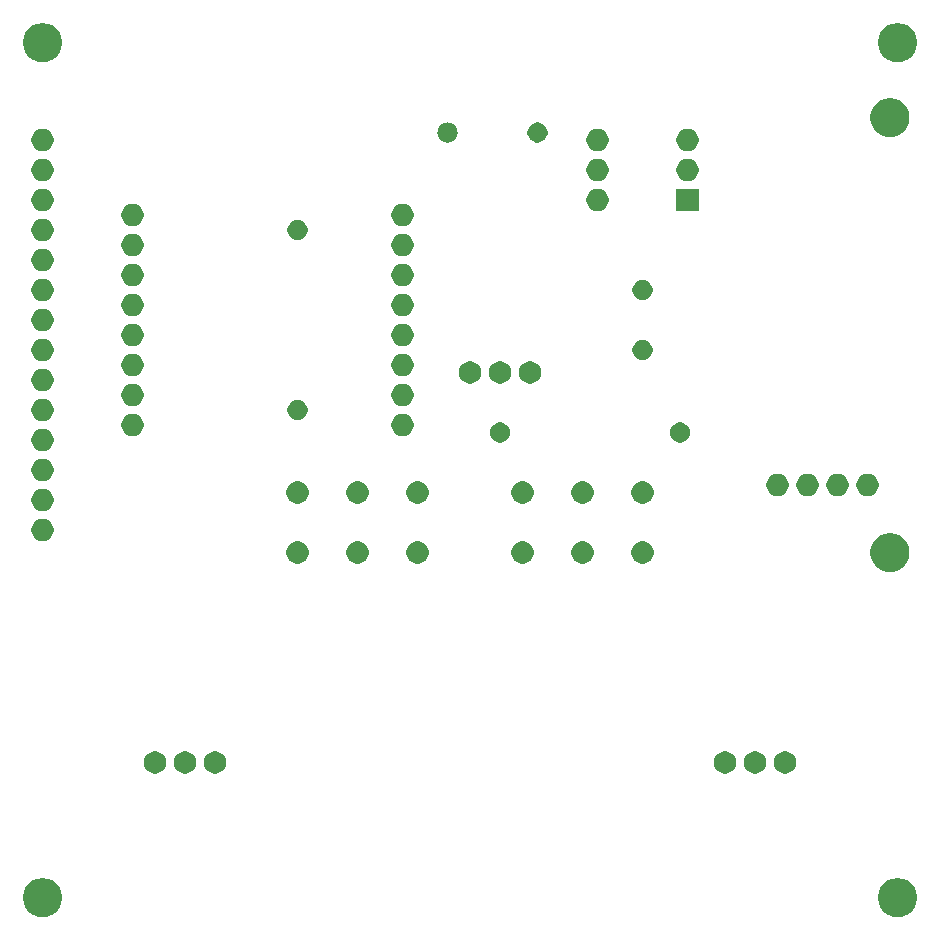
<source format=gbr>
G04 #@! TF.GenerationSoftware,KiCad,Pcbnew,(5.0.1)-3*
G04 #@! TF.CreationDate,2019-02-20T08:20:08+01:00*
G04 #@! TF.ProjectId,THERMOSTAT,544845524D4F535441542E6B69636164,rev?*
G04 #@! TF.SameCoordinates,Original*
G04 #@! TF.FileFunction,Soldermask,Top*
G04 #@! TF.FilePolarity,Negative*
%FSLAX46Y46*%
G04 Gerber Fmt 4.6, Leading zero omitted, Abs format (unit mm)*
G04 Created by KiCad (PCBNEW (5.0.1)-3) date 2/20/2019 8:20:08 AM*
%MOMM*%
%LPD*%
G01*
G04 APERTURE LIST*
%ADD10C,0.100000*%
G04 APERTURE END LIST*
D10*
G36*
X187065256Y-134916298D02*
X187171579Y-134937447D01*
X187472042Y-135061903D01*
X187738852Y-135240180D01*
X187742454Y-135242587D01*
X187972413Y-135472546D01*
X188153098Y-135742960D01*
X188277553Y-136043422D01*
X188341000Y-136362389D01*
X188341000Y-136687611D01*
X188277553Y-137006578D01*
X188153098Y-137307040D01*
X187972413Y-137577454D01*
X187742454Y-137807413D01*
X187742451Y-137807415D01*
X187472042Y-137988097D01*
X187171579Y-138112553D01*
X187065256Y-138133702D01*
X186852611Y-138176000D01*
X186527389Y-138176000D01*
X186314744Y-138133702D01*
X186208421Y-138112553D01*
X185907958Y-137988097D01*
X185637549Y-137807415D01*
X185637546Y-137807413D01*
X185407587Y-137577454D01*
X185226902Y-137307040D01*
X185102447Y-137006578D01*
X185039000Y-136687611D01*
X185039000Y-136362389D01*
X185102447Y-136043422D01*
X185226902Y-135742960D01*
X185407587Y-135472546D01*
X185637546Y-135242587D01*
X185641148Y-135240180D01*
X185907958Y-135061903D01*
X186208421Y-134937447D01*
X186314744Y-134916298D01*
X186527389Y-134874000D01*
X186852611Y-134874000D01*
X187065256Y-134916298D01*
X187065256Y-134916298D01*
G37*
G36*
X114675256Y-134916298D02*
X114781579Y-134937447D01*
X115082042Y-135061903D01*
X115348852Y-135240180D01*
X115352454Y-135242587D01*
X115582413Y-135472546D01*
X115763098Y-135742960D01*
X115887553Y-136043422D01*
X115951000Y-136362389D01*
X115951000Y-136687611D01*
X115887553Y-137006578D01*
X115763098Y-137307040D01*
X115582413Y-137577454D01*
X115352454Y-137807413D01*
X115352451Y-137807415D01*
X115082042Y-137988097D01*
X114781579Y-138112553D01*
X114675256Y-138133702D01*
X114462611Y-138176000D01*
X114137389Y-138176000D01*
X113924744Y-138133702D01*
X113818421Y-138112553D01*
X113517958Y-137988097D01*
X113247549Y-137807415D01*
X113247546Y-137807413D01*
X113017587Y-137577454D01*
X112836902Y-137307040D01*
X112712447Y-137006578D01*
X112649000Y-136687611D01*
X112649000Y-136362389D01*
X112712447Y-136043422D01*
X112836902Y-135742960D01*
X113017587Y-135472546D01*
X113247546Y-135242587D01*
X113251148Y-135240180D01*
X113517958Y-135061903D01*
X113818421Y-134937447D01*
X113924744Y-134916298D01*
X114137389Y-134874000D01*
X114462611Y-134874000D01*
X114675256Y-134916298D01*
X114675256Y-134916298D01*
G37*
G36*
X172362396Y-124180546D02*
X172535466Y-124252234D01*
X172691230Y-124356312D01*
X172823688Y-124488770D01*
X172927766Y-124644534D01*
X172999454Y-124817604D01*
X173036000Y-125001333D01*
X173036000Y-125188667D01*
X172999454Y-125372396D01*
X172927766Y-125545466D01*
X172823688Y-125701230D01*
X172691230Y-125833688D01*
X172535466Y-125937766D01*
X172362396Y-126009454D01*
X172178667Y-126046000D01*
X171991333Y-126046000D01*
X171807604Y-126009454D01*
X171634534Y-125937766D01*
X171478770Y-125833688D01*
X171346312Y-125701230D01*
X171242234Y-125545466D01*
X171170546Y-125372396D01*
X171134000Y-125188667D01*
X171134000Y-125001333D01*
X171170546Y-124817604D01*
X171242234Y-124644534D01*
X171346312Y-124488770D01*
X171478770Y-124356312D01*
X171634534Y-124252234D01*
X171807604Y-124180546D01*
X171991333Y-124144000D01*
X172178667Y-124144000D01*
X172362396Y-124180546D01*
X172362396Y-124180546D01*
G37*
G36*
X129182396Y-124180546D02*
X129355466Y-124252234D01*
X129511230Y-124356312D01*
X129643688Y-124488770D01*
X129747766Y-124644534D01*
X129819454Y-124817604D01*
X129856000Y-125001333D01*
X129856000Y-125188667D01*
X129819454Y-125372396D01*
X129747766Y-125545466D01*
X129643688Y-125701230D01*
X129511230Y-125833688D01*
X129355466Y-125937766D01*
X129182396Y-126009454D01*
X128998667Y-126046000D01*
X128811333Y-126046000D01*
X128627604Y-126009454D01*
X128454534Y-125937766D01*
X128298770Y-125833688D01*
X128166312Y-125701230D01*
X128062234Y-125545466D01*
X127990546Y-125372396D01*
X127954000Y-125188667D01*
X127954000Y-125001333D01*
X127990546Y-124817604D01*
X128062234Y-124644534D01*
X128166312Y-124488770D01*
X128298770Y-124356312D01*
X128454534Y-124252234D01*
X128627604Y-124180546D01*
X128811333Y-124144000D01*
X128998667Y-124144000D01*
X129182396Y-124180546D01*
X129182396Y-124180546D01*
G37*
G36*
X177442396Y-124180546D02*
X177615466Y-124252234D01*
X177771230Y-124356312D01*
X177903688Y-124488770D01*
X178007766Y-124644534D01*
X178079454Y-124817604D01*
X178116000Y-125001333D01*
X178116000Y-125188667D01*
X178079454Y-125372396D01*
X178007766Y-125545466D01*
X177903688Y-125701230D01*
X177771230Y-125833688D01*
X177615466Y-125937766D01*
X177442396Y-126009454D01*
X177258667Y-126046000D01*
X177071333Y-126046000D01*
X176887604Y-126009454D01*
X176714534Y-125937766D01*
X176558770Y-125833688D01*
X176426312Y-125701230D01*
X176322234Y-125545466D01*
X176250546Y-125372396D01*
X176214000Y-125188667D01*
X176214000Y-125001333D01*
X176250546Y-124817604D01*
X176322234Y-124644534D01*
X176426312Y-124488770D01*
X176558770Y-124356312D01*
X176714534Y-124252234D01*
X176887604Y-124180546D01*
X177071333Y-124144000D01*
X177258667Y-124144000D01*
X177442396Y-124180546D01*
X177442396Y-124180546D01*
G37*
G36*
X174902396Y-124180546D02*
X175075466Y-124252234D01*
X175231230Y-124356312D01*
X175363688Y-124488770D01*
X175467766Y-124644534D01*
X175539454Y-124817604D01*
X175576000Y-125001333D01*
X175576000Y-125188667D01*
X175539454Y-125372396D01*
X175467766Y-125545466D01*
X175363688Y-125701230D01*
X175231230Y-125833688D01*
X175075466Y-125937766D01*
X174902396Y-126009454D01*
X174718667Y-126046000D01*
X174531333Y-126046000D01*
X174347604Y-126009454D01*
X174174534Y-125937766D01*
X174018770Y-125833688D01*
X173886312Y-125701230D01*
X173782234Y-125545466D01*
X173710546Y-125372396D01*
X173674000Y-125188667D01*
X173674000Y-125001333D01*
X173710546Y-124817604D01*
X173782234Y-124644534D01*
X173886312Y-124488770D01*
X174018770Y-124356312D01*
X174174534Y-124252234D01*
X174347604Y-124180546D01*
X174531333Y-124144000D01*
X174718667Y-124144000D01*
X174902396Y-124180546D01*
X174902396Y-124180546D01*
G37*
G36*
X124102396Y-124180546D02*
X124275466Y-124252234D01*
X124431230Y-124356312D01*
X124563688Y-124488770D01*
X124667766Y-124644534D01*
X124739454Y-124817604D01*
X124776000Y-125001333D01*
X124776000Y-125188667D01*
X124739454Y-125372396D01*
X124667766Y-125545466D01*
X124563688Y-125701230D01*
X124431230Y-125833688D01*
X124275466Y-125937766D01*
X124102396Y-126009454D01*
X123918667Y-126046000D01*
X123731333Y-126046000D01*
X123547604Y-126009454D01*
X123374534Y-125937766D01*
X123218770Y-125833688D01*
X123086312Y-125701230D01*
X122982234Y-125545466D01*
X122910546Y-125372396D01*
X122874000Y-125188667D01*
X122874000Y-125001333D01*
X122910546Y-124817604D01*
X122982234Y-124644534D01*
X123086312Y-124488770D01*
X123218770Y-124356312D01*
X123374534Y-124252234D01*
X123547604Y-124180546D01*
X123731333Y-124144000D01*
X123918667Y-124144000D01*
X124102396Y-124180546D01*
X124102396Y-124180546D01*
G37*
G36*
X126642396Y-124180546D02*
X126815466Y-124252234D01*
X126971230Y-124356312D01*
X127103688Y-124488770D01*
X127207766Y-124644534D01*
X127279454Y-124817604D01*
X127316000Y-125001333D01*
X127316000Y-125188667D01*
X127279454Y-125372396D01*
X127207766Y-125545466D01*
X127103688Y-125701230D01*
X126971230Y-125833688D01*
X126815466Y-125937766D01*
X126642396Y-126009454D01*
X126458667Y-126046000D01*
X126271333Y-126046000D01*
X126087604Y-126009454D01*
X125914534Y-125937766D01*
X125758770Y-125833688D01*
X125626312Y-125701230D01*
X125522234Y-125545466D01*
X125450546Y-125372396D01*
X125414000Y-125188667D01*
X125414000Y-125001333D01*
X125450546Y-124817604D01*
X125522234Y-124644534D01*
X125626312Y-124488770D01*
X125758770Y-124356312D01*
X125914534Y-124252234D01*
X126087604Y-124180546D01*
X126271333Y-124144000D01*
X126458667Y-124144000D01*
X126642396Y-124180546D01*
X126642396Y-124180546D01*
G37*
G36*
X186430256Y-105706298D02*
X186536579Y-105727447D01*
X186837042Y-105851903D01*
X187082970Y-106016227D01*
X187107454Y-106032587D01*
X187337413Y-106262546D01*
X187337415Y-106262549D01*
X187518097Y-106532958D01*
X187642553Y-106833421D01*
X187648742Y-106864534D01*
X187706000Y-107152389D01*
X187706000Y-107477611D01*
X187663702Y-107690256D01*
X187642553Y-107796579D01*
X187518097Y-108097042D01*
X187339820Y-108363852D01*
X187337413Y-108367454D01*
X187107454Y-108597413D01*
X187107451Y-108597415D01*
X186837042Y-108778097D01*
X186536579Y-108902553D01*
X186430256Y-108923702D01*
X186217611Y-108966000D01*
X185892389Y-108966000D01*
X185679744Y-108923702D01*
X185573421Y-108902553D01*
X185272958Y-108778097D01*
X185002549Y-108597415D01*
X185002546Y-108597413D01*
X184772587Y-108367454D01*
X184770180Y-108363852D01*
X184591903Y-108097042D01*
X184467447Y-107796579D01*
X184446298Y-107690256D01*
X184404000Y-107477611D01*
X184404000Y-107152389D01*
X184461258Y-106864534D01*
X184467447Y-106833421D01*
X184591903Y-106532958D01*
X184772585Y-106262549D01*
X184772587Y-106262546D01*
X185002546Y-106032587D01*
X185027030Y-106016227D01*
X185272958Y-105851903D01*
X185573421Y-105727447D01*
X185679744Y-105706298D01*
X185892389Y-105664000D01*
X186217611Y-105664000D01*
X186430256Y-105706298D01*
X186430256Y-105706298D01*
G37*
G36*
X146327396Y-106400546D02*
X146500466Y-106472234D01*
X146656230Y-106576312D01*
X146788688Y-106708770D01*
X146892766Y-106864534D01*
X146964454Y-107037604D01*
X147001000Y-107221333D01*
X147001000Y-107408667D01*
X146964454Y-107592396D01*
X146892766Y-107765466D01*
X146788688Y-107921230D01*
X146656230Y-108053688D01*
X146500466Y-108157766D01*
X146327396Y-108229454D01*
X146143667Y-108266000D01*
X145956333Y-108266000D01*
X145772604Y-108229454D01*
X145599534Y-108157766D01*
X145443770Y-108053688D01*
X145311312Y-107921230D01*
X145207234Y-107765466D01*
X145135546Y-107592396D01*
X145099000Y-107408667D01*
X145099000Y-107221333D01*
X145135546Y-107037604D01*
X145207234Y-106864534D01*
X145311312Y-106708770D01*
X145443770Y-106576312D01*
X145599534Y-106472234D01*
X145772604Y-106400546D01*
X145956333Y-106364000D01*
X146143667Y-106364000D01*
X146327396Y-106400546D01*
X146327396Y-106400546D01*
G37*
G36*
X165377396Y-106400546D02*
X165550466Y-106472234D01*
X165706230Y-106576312D01*
X165838688Y-106708770D01*
X165942766Y-106864534D01*
X166014454Y-107037604D01*
X166051000Y-107221333D01*
X166051000Y-107408667D01*
X166014454Y-107592396D01*
X165942766Y-107765466D01*
X165838688Y-107921230D01*
X165706230Y-108053688D01*
X165550466Y-108157766D01*
X165377396Y-108229454D01*
X165193667Y-108266000D01*
X165006333Y-108266000D01*
X164822604Y-108229454D01*
X164649534Y-108157766D01*
X164493770Y-108053688D01*
X164361312Y-107921230D01*
X164257234Y-107765466D01*
X164185546Y-107592396D01*
X164149000Y-107408667D01*
X164149000Y-107221333D01*
X164185546Y-107037604D01*
X164257234Y-106864534D01*
X164361312Y-106708770D01*
X164493770Y-106576312D01*
X164649534Y-106472234D01*
X164822604Y-106400546D01*
X165006333Y-106364000D01*
X165193667Y-106364000D01*
X165377396Y-106400546D01*
X165377396Y-106400546D01*
G37*
G36*
X160297396Y-106400546D02*
X160470466Y-106472234D01*
X160626230Y-106576312D01*
X160758688Y-106708770D01*
X160862766Y-106864534D01*
X160934454Y-107037604D01*
X160971000Y-107221333D01*
X160971000Y-107408667D01*
X160934454Y-107592396D01*
X160862766Y-107765466D01*
X160758688Y-107921230D01*
X160626230Y-108053688D01*
X160470466Y-108157766D01*
X160297396Y-108229454D01*
X160113667Y-108266000D01*
X159926333Y-108266000D01*
X159742604Y-108229454D01*
X159569534Y-108157766D01*
X159413770Y-108053688D01*
X159281312Y-107921230D01*
X159177234Y-107765466D01*
X159105546Y-107592396D01*
X159069000Y-107408667D01*
X159069000Y-107221333D01*
X159105546Y-107037604D01*
X159177234Y-106864534D01*
X159281312Y-106708770D01*
X159413770Y-106576312D01*
X159569534Y-106472234D01*
X159742604Y-106400546D01*
X159926333Y-106364000D01*
X160113667Y-106364000D01*
X160297396Y-106400546D01*
X160297396Y-106400546D01*
G37*
G36*
X155217396Y-106400546D02*
X155390466Y-106472234D01*
X155546230Y-106576312D01*
X155678688Y-106708770D01*
X155782766Y-106864534D01*
X155854454Y-107037604D01*
X155891000Y-107221333D01*
X155891000Y-107408667D01*
X155854454Y-107592396D01*
X155782766Y-107765466D01*
X155678688Y-107921230D01*
X155546230Y-108053688D01*
X155390466Y-108157766D01*
X155217396Y-108229454D01*
X155033667Y-108266000D01*
X154846333Y-108266000D01*
X154662604Y-108229454D01*
X154489534Y-108157766D01*
X154333770Y-108053688D01*
X154201312Y-107921230D01*
X154097234Y-107765466D01*
X154025546Y-107592396D01*
X153989000Y-107408667D01*
X153989000Y-107221333D01*
X154025546Y-107037604D01*
X154097234Y-106864534D01*
X154201312Y-106708770D01*
X154333770Y-106576312D01*
X154489534Y-106472234D01*
X154662604Y-106400546D01*
X154846333Y-106364000D01*
X155033667Y-106364000D01*
X155217396Y-106400546D01*
X155217396Y-106400546D01*
G37*
G36*
X141247396Y-106400546D02*
X141420466Y-106472234D01*
X141576230Y-106576312D01*
X141708688Y-106708770D01*
X141812766Y-106864534D01*
X141884454Y-107037604D01*
X141921000Y-107221333D01*
X141921000Y-107408667D01*
X141884454Y-107592396D01*
X141812766Y-107765466D01*
X141708688Y-107921230D01*
X141576230Y-108053688D01*
X141420466Y-108157766D01*
X141247396Y-108229454D01*
X141063667Y-108266000D01*
X140876333Y-108266000D01*
X140692604Y-108229454D01*
X140519534Y-108157766D01*
X140363770Y-108053688D01*
X140231312Y-107921230D01*
X140127234Y-107765466D01*
X140055546Y-107592396D01*
X140019000Y-107408667D01*
X140019000Y-107221333D01*
X140055546Y-107037604D01*
X140127234Y-106864534D01*
X140231312Y-106708770D01*
X140363770Y-106576312D01*
X140519534Y-106472234D01*
X140692604Y-106400546D01*
X140876333Y-106364000D01*
X141063667Y-106364000D01*
X141247396Y-106400546D01*
X141247396Y-106400546D01*
G37*
G36*
X136167396Y-106400546D02*
X136340466Y-106472234D01*
X136496230Y-106576312D01*
X136628688Y-106708770D01*
X136732766Y-106864534D01*
X136804454Y-107037604D01*
X136841000Y-107221333D01*
X136841000Y-107408667D01*
X136804454Y-107592396D01*
X136732766Y-107765466D01*
X136628688Y-107921230D01*
X136496230Y-108053688D01*
X136340466Y-108157766D01*
X136167396Y-108229454D01*
X135983667Y-108266000D01*
X135796333Y-108266000D01*
X135612604Y-108229454D01*
X135439534Y-108157766D01*
X135283770Y-108053688D01*
X135151312Y-107921230D01*
X135047234Y-107765466D01*
X134975546Y-107592396D01*
X134939000Y-107408667D01*
X134939000Y-107221333D01*
X134975546Y-107037604D01*
X135047234Y-106864534D01*
X135151312Y-106708770D01*
X135283770Y-106576312D01*
X135439534Y-106472234D01*
X135612604Y-106400546D01*
X135796333Y-106364000D01*
X135983667Y-106364000D01*
X136167396Y-106400546D01*
X136167396Y-106400546D01*
G37*
G36*
X114577396Y-104495546D02*
X114750466Y-104567234D01*
X114906230Y-104671312D01*
X115038688Y-104803770D01*
X115142766Y-104959534D01*
X115214454Y-105132604D01*
X115251000Y-105316333D01*
X115251000Y-105503667D01*
X115214454Y-105687396D01*
X115142766Y-105860466D01*
X115038688Y-106016230D01*
X114906230Y-106148688D01*
X114750466Y-106252766D01*
X114577396Y-106324454D01*
X114393667Y-106361000D01*
X114206333Y-106361000D01*
X114022604Y-106324454D01*
X113849534Y-106252766D01*
X113693770Y-106148688D01*
X113561312Y-106016230D01*
X113457234Y-105860466D01*
X113385546Y-105687396D01*
X113349000Y-105503667D01*
X113349000Y-105316333D01*
X113385546Y-105132604D01*
X113457234Y-104959534D01*
X113561312Y-104803770D01*
X113693770Y-104671312D01*
X113849534Y-104567234D01*
X114022604Y-104495546D01*
X114206333Y-104459000D01*
X114393667Y-104459000D01*
X114577396Y-104495546D01*
X114577396Y-104495546D01*
G37*
G36*
X114577396Y-101955546D02*
X114750466Y-102027234D01*
X114906230Y-102131312D01*
X115038688Y-102263770D01*
X115142766Y-102419534D01*
X115214454Y-102592604D01*
X115251000Y-102776333D01*
X115251000Y-102963667D01*
X115214454Y-103147396D01*
X115142766Y-103320466D01*
X115038688Y-103476230D01*
X114906230Y-103608688D01*
X114750466Y-103712766D01*
X114577396Y-103784454D01*
X114393667Y-103821000D01*
X114206333Y-103821000D01*
X114022604Y-103784454D01*
X113849534Y-103712766D01*
X113693770Y-103608688D01*
X113561312Y-103476230D01*
X113457234Y-103320466D01*
X113385546Y-103147396D01*
X113349000Y-102963667D01*
X113349000Y-102776333D01*
X113385546Y-102592604D01*
X113457234Y-102419534D01*
X113561312Y-102263770D01*
X113693770Y-102131312D01*
X113849534Y-102027234D01*
X114022604Y-101955546D01*
X114206333Y-101919000D01*
X114393667Y-101919000D01*
X114577396Y-101955546D01*
X114577396Y-101955546D01*
G37*
G36*
X165377396Y-101320546D02*
X165550466Y-101392234D01*
X165706230Y-101496312D01*
X165838688Y-101628770D01*
X165942766Y-101784534D01*
X166014454Y-101957604D01*
X166051000Y-102141333D01*
X166051000Y-102328667D01*
X166014454Y-102512396D01*
X165942766Y-102685466D01*
X165838688Y-102841230D01*
X165706230Y-102973688D01*
X165550466Y-103077766D01*
X165377396Y-103149454D01*
X165193667Y-103186000D01*
X165006333Y-103186000D01*
X164822604Y-103149454D01*
X164649534Y-103077766D01*
X164493770Y-102973688D01*
X164361312Y-102841230D01*
X164257234Y-102685466D01*
X164185546Y-102512396D01*
X164149000Y-102328667D01*
X164149000Y-102141333D01*
X164185546Y-101957604D01*
X164257234Y-101784534D01*
X164361312Y-101628770D01*
X164493770Y-101496312D01*
X164649534Y-101392234D01*
X164822604Y-101320546D01*
X165006333Y-101284000D01*
X165193667Y-101284000D01*
X165377396Y-101320546D01*
X165377396Y-101320546D01*
G37*
G36*
X155217396Y-101320546D02*
X155390466Y-101392234D01*
X155546230Y-101496312D01*
X155678688Y-101628770D01*
X155782766Y-101784534D01*
X155854454Y-101957604D01*
X155891000Y-102141333D01*
X155891000Y-102328667D01*
X155854454Y-102512396D01*
X155782766Y-102685466D01*
X155678688Y-102841230D01*
X155546230Y-102973688D01*
X155390466Y-103077766D01*
X155217396Y-103149454D01*
X155033667Y-103186000D01*
X154846333Y-103186000D01*
X154662604Y-103149454D01*
X154489534Y-103077766D01*
X154333770Y-102973688D01*
X154201312Y-102841230D01*
X154097234Y-102685466D01*
X154025546Y-102512396D01*
X153989000Y-102328667D01*
X153989000Y-102141333D01*
X154025546Y-101957604D01*
X154097234Y-101784534D01*
X154201312Y-101628770D01*
X154333770Y-101496312D01*
X154489534Y-101392234D01*
X154662604Y-101320546D01*
X154846333Y-101284000D01*
X155033667Y-101284000D01*
X155217396Y-101320546D01*
X155217396Y-101320546D01*
G37*
G36*
X160297396Y-101320546D02*
X160470466Y-101392234D01*
X160626230Y-101496312D01*
X160758688Y-101628770D01*
X160862766Y-101784534D01*
X160934454Y-101957604D01*
X160971000Y-102141333D01*
X160971000Y-102328667D01*
X160934454Y-102512396D01*
X160862766Y-102685466D01*
X160758688Y-102841230D01*
X160626230Y-102973688D01*
X160470466Y-103077766D01*
X160297396Y-103149454D01*
X160113667Y-103186000D01*
X159926333Y-103186000D01*
X159742604Y-103149454D01*
X159569534Y-103077766D01*
X159413770Y-102973688D01*
X159281312Y-102841230D01*
X159177234Y-102685466D01*
X159105546Y-102512396D01*
X159069000Y-102328667D01*
X159069000Y-102141333D01*
X159105546Y-101957604D01*
X159177234Y-101784534D01*
X159281312Y-101628770D01*
X159413770Y-101496312D01*
X159569534Y-101392234D01*
X159742604Y-101320546D01*
X159926333Y-101284000D01*
X160113667Y-101284000D01*
X160297396Y-101320546D01*
X160297396Y-101320546D01*
G37*
G36*
X141247396Y-101320546D02*
X141420466Y-101392234D01*
X141576230Y-101496312D01*
X141708688Y-101628770D01*
X141812766Y-101784534D01*
X141884454Y-101957604D01*
X141921000Y-102141333D01*
X141921000Y-102328667D01*
X141884454Y-102512396D01*
X141812766Y-102685466D01*
X141708688Y-102841230D01*
X141576230Y-102973688D01*
X141420466Y-103077766D01*
X141247396Y-103149454D01*
X141063667Y-103186000D01*
X140876333Y-103186000D01*
X140692604Y-103149454D01*
X140519534Y-103077766D01*
X140363770Y-102973688D01*
X140231312Y-102841230D01*
X140127234Y-102685466D01*
X140055546Y-102512396D01*
X140019000Y-102328667D01*
X140019000Y-102141333D01*
X140055546Y-101957604D01*
X140127234Y-101784534D01*
X140231312Y-101628770D01*
X140363770Y-101496312D01*
X140519534Y-101392234D01*
X140692604Y-101320546D01*
X140876333Y-101284000D01*
X141063667Y-101284000D01*
X141247396Y-101320546D01*
X141247396Y-101320546D01*
G37*
G36*
X146327396Y-101320546D02*
X146500466Y-101392234D01*
X146656230Y-101496312D01*
X146788688Y-101628770D01*
X146892766Y-101784534D01*
X146964454Y-101957604D01*
X147001000Y-102141333D01*
X147001000Y-102328667D01*
X146964454Y-102512396D01*
X146892766Y-102685466D01*
X146788688Y-102841230D01*
X146656230Y-102973688D01*
X146500466Y-103077766D01*
X146327396Y-103149454D01*
X146143667Y-103186000D01*
X145956333Y-103186000D01*
X145772604Y-103149454D01*
X145599534Y-103077766D01*
X145443770Y-102973688D01*
X145311312Y-102841230D01*
X145207234Y-102685466D01*
X145135546Y-102512396D01*
X145099000Y-102328667D01*
X145099000Y-102141333D01*
X145135546Y-101957604D01*
X145207234Y-101784534D01*
X145311312Y-101628770D01*
X145443770Y-101496312D01*
X145599534Y-101392234D01*
X145772604Y-101320546D01*
X145956333Y-101284000D01*
X146143667Y-101284000D01*
X146327396Y-101320546D01*
X146327396Y-101320546D01*
G37*
G36*
X136167396Y-101320546D02*
X136340466Y-101392234D01*
X136496230Y-101496312D01*
X136628688Y-101628770D01*
X136732766Y-101784534D01*
X136804454Y-101957604D01*
X136841000Y-102141333D01*
X136841000Y-102328667D01*
X136804454Y-102512396D01*
X136732766Y-102685466D01*
X136628688Y-102841230D01*
X136496230Y-102973688D01*
X136340466Y-103077766D01*
X136167396Y-103149454D01*
X135983667Y-103186000D01*
X135796333Y-103186000D01*
X135612604Y-103149454D01*
X135439534Y-103077766D01*
X135283770Y-102973688D01*
X135151312Y-102841230D01*
X135047234Y-102685466D01*
X134975546Y-102512396D01*
X134939000Y-102328667D01*
X134939000Y-102141333D01*
X134975546Y-101957604D01*
X135047234Y-101784534D01*
X135151312Y-101628770D01*
X135283770Y-101496312D01*
X135439534Y-101392234D01*
X135612604Y-101320546D01*
X135796333Y-101284000D01*
X135983667Y-101284000D01*
X136167396Y-101320546D01*
X136167396Y-101320546D01*
G37*
G36*
X184427396Y-100685546D02*
X184600466Y-100757234D01*
X184756230Y-100861312D01*
X184888688Y-100993770D01*
X184992766Y-101149534D01*
X185064454Y-101322604D01*
X185101000Y-101506333D01*
X185101000Y-101693667D01*
X185064454Y-101877396D01*
X184992766Y-102050466D01*
X184888688Y-102206230D01*
X184756230Y-102338688D01*
X184600466Y-102442766D01*
X184427396Y-102514454D01*
X184243667Y-102551000D01*
X184056333Y-102551000D01*
X183872604Y-102514454D01*
X183699534Y-102442766D01*
X183543770Y-102338688D01*
X183411312Y-102206230D01*
X183307234Y-102050466D01*
X183235546Y-101877396D01*
X183199000Y-101693667D01*
X183199000Y-101506333D01*
X183235546Y-101322604D01*
X183307234Y-101149534D01*
X183411312Y-100993770D01*
X183543770Y-100861312D01*
X183699534Y-100757234D01*
X183872604Y-100685546D01*
X184056333Y-100649000D01*
X184243667Y-100649000D01*
X184427396Y-100685546D01*
X184427396Y-100685546D01*
G37*
G36*
X181887396Y-100685546D02*
X182060466Y-100757234D01*
X182216230Y-100861312D01*
X182348688Y-100993770D01*
X182452766Y-101149534D01*
X182524454Y-101322604D01*
X182561000Y-101506333D01*
X182561000Y-101693667D01*
X182524454Y-101877396D01*
X182452766Y-102050466D01*
X182348688Y-102206230D01*
X182216230Y-102338688D01*
X182060466Y-102442766D01*
X181887396Y-102514454D01*
X181703667Y-102551000D01*
X181516333Y-102551000D01*
X181332604Y-102514454D01*
X181159534Y-102442766D01*
X181003770Y-102338688D01*
X180871312Y-102206230D01*
X180767234Y-102050466D01*
X180695546Y-101877396D01*
X180659000Y-101693667D01*
X180659000Y-101506333D01*
X180695546Y-101322604D01*
X180767234Y-101149534D01*
X180871312Y-100993770D01*
X181003770Y-100861312D01*
X181159534Y-100757234D01*
X181332604Y-100685546D01*
X181516333Y-100649000D01*
X181703667Y-100649000D01*
X181887396Y-100685546D01*
X181887396Y-100685546D01*
G37*
G36*
X179347396Y-100685546D02*
X179520466Y-100757234D01*
X179676230Y-100861312D01*
X179808688Y-100993770D01*
X179912766Y-101149534D01*
X179984454Y-101322604D01*
X180021000Y-101506333D01*
X180021000Y-101693667D01*
X179984454Y-101877396D01*
X179912766Y-102050466D01*
X179808688Y-102206230D01*
X179676230Y-102338688D01*
X179520466Y-102442766D01*
X179347396Y-102514454D01*
X179163667Y-102551000D01*
X178976333Y-102551000D01*
X178792604Y-102514454D01*
X178619534Y-102442766D01*
X178463770Y-102338688D01*
X178331312Y-102206230D01*
X178227234Y-102050466D01*
X178155546Y-101877396D01*
X178119000Y-101693667D01*
X178119000Y-101506333D01*
X178155546Y-101322604D01*
X178227234Y-101149534D01*
X178331312Y-100993770D01*
X178463770Y-100861312D01*
X178619534Y-100757234D01*
X178792604Y-100685546D01*
X178976333Y-100649000D01*
X179163667Y-100649000D01*
X179347396Y-100685546D01*
X179347396Y-100685546D01*
G37*
G36*
X176807396Y-100685546D02*
X176980466Y-100757234D01*
X177136230Y-100861312D01*
X177268688Y-100993770D01*
X177372766Y-101149534D01*
X177444454Y-101322604D01*
X177481000Y-101506333D01*
X177481000Y-101693667D01*
X177444454Y-101877396D01*
X177372766Y-102050466D01*
X177268688Y-102206230D01*
X177136230Y-102338688D01*
X176980466Y-102442766D01*
X176807396Y-102514454D01*
X176623667Y-102551000D01*
X176436333Y-102551000D01*
X176252604Y-102514454D01*
X176079534Y-102442766D01*
X175923770Y-102338688D01*
X175791312Y-102206230D01*
X175687234Y-102050466D01*
X175615546Y-101877396D01*
X175579000Y-101693667D01*
X175579000Y-101506333D01*
X175615546Y-101322604D01*
X175687234Y-101149534D01*
X175791312Y-100993770D01*
X175923770Y-100861312D01*
X176079534Y-100757234D01*
X176252604Y-100685546D01*
X176436333Y-100649000D01*
X176623667Y-100649000D01*
X176807396Y-100685546D01*
X176807396Y-100685546D01*
G37*
G36*
X114577396Y-99415546D02*
X114750466Y-99487234D01*
X114906230Y-99591312D01*
X115038688Y-99723770D01*
X115142766Y-99879534D01*
X115214454Y-100052604D01*
X115251000Y-100236333D01*
X115251000Y-100423667D01*
X115214454Y-100607396D01*
X115142766Y-100780466D01*
X115038688Y-100936230D01*
X114906230Y-101068688D01*
X114750466Y-101172766D01*
X114577396Y-101244454D01*
X114393667Y-101281000D01*
X114206333Y-101281000D01*
X114022604Y-101244454D01*
X113849534Y-101172766D01*
X113693770Y-101068688D01*
X113561312Y-100936230D01*
X113457234Y-100780466D01*
X113385546Y-100607396D01*
X113349000Y-100423667D01*
X113349000Y-100236333D01*
X113385546Y-100052604D01*
X113457234Y-99879534D01*
X113561312Y-99723770D01*
X113693770Y-99591312D01*
X113849534Y-99487234D01*
X114022604Y-99415546D01*
X114206333Y-99379000D01*
X114393667Y-99379000D01*
X114577396Y-99415546D01*
X114577396Y-99415546D01*
G37*
G36*
X114577396Y-96875546D02*
X114750466Y-96947234D01*
X114906230Y-97051312D01*
X115038688Y-97183770D01*
X115142766Y-97339534D01*
X115214454Y-97512604D01*
X115251000Y-97696333D01*
X115251000Y-97883667D01*
X115214454Y-98067396D01*
X115142766Y-98240466D01*
X115038688Y-98396230D01*
X114906230Y-98528688D01*
X114750466Y-98632766D01*
X114577396Y-98704454D01*
X114393667Y-98741000D01*
X114206333Y-98741000D01*
X114022604Y-98704454D01*
X113849534Y-98632766D01*
X113693770Y-98528688D01*
X113561312Y-98396230D01*
X113457234Y-98240466D01*
X113385546Y-98067396D01*
X113349000Y-97883667D01*
X113349000Y-97696333D01*
X113385546Y-97512604D01*
X113457234Y-97339534D01*
X113561312Y-97183770D01*
X113693770Y-97051312D01*
X113849534Y-96947234D01*
X114022604Y-96875546D01*
X114206333Y-96839000D01*
X114393667Y-96839000D01*
X114577396Y-96875546D01*
X114577396Y-96875546D01*
G37*
G36*
X168523228Y-96336703D02*
X168678100Y-96400853D01*
X168817481Y-96493985D01*
X168936015Y-96612519D01*
X169029147Y-96751900D01*
X169093297Y-96906772D01*
X169126000Y-97071184D01*
X169126000Y-97238816D01*
X169093297Y-97403228D01*
X169029147Y-97558100D01*
X168936015Y-97697481D01*
X168817481Y-97816015D01*
X168678100Y-97909147D01*
X168523228Y-97973297D01*
X168358816Y-98006000D01*
X168191184Y-98006000D01*
X168026772Y-97973297D01*
X167871900Y-97909147D01*
X167732519Y-97816015D01*
X167613985Y-97697481D01*
X167520853Y-97558100D01*
X167456703Y-97403228D01*
X167424000Y-97238816D01*
X167424000Y-97071184D01*
X167456703Y-96906772D01*
X167520853Y-96751900D01*
X167613985Y-96612519D01*
X167732519Y-96493985D01*
X167871900Y-96400853D01*
X168026772Y-96336703D01*
X168191184Y-96304000D01*
X168358816Y-96304000D01*
X168523228Y-96336703D01*
X168523228Y-96336703D01*
G37*
G36*
X153283228Y-96336703D02*
X153438100Y-96400853D01*
X153577481Y-96493985D01*
X153696015Y-96612519D01*
X153789147Y-96751900D01*
X153853297Y-96906772D01*
X153886000Y-97071184D01*
X153886000Y-97238816D01*
X153853297Y-97403228D01*
X153789147Y-97558100D01*
X153696015Y-97697481D01*
X153577481Y-97816015D01*
X153438100Y-97909147D01*
X153283228Y-97973297D01*
X153118816Y-98006000D01*
X152951184Y-98006000D01*
X152786772Y-97973297D01*
X152631900Y-97909147D01*
X152492519Y-97816015D01*
X152373985Y-97697481D01*
X152280853Y-97558100D01*
X152216703Y-97403228D01*
X152184000Y-97238816D01*
X152184000Y-97071184D01*
X152216703Y-96906772D01*
X152280853Y-96751900D01*
X152373985Y-96612519D01*
X152492519Y-96493985D01*
X152631900Y-96400853D01*
X152786772Y-96336703D01*
X152951184Y-96304000D01*
X153118816Y-96304000D01*
X153283228Y-96336703D01*
X153283228Y-96336703D01*
G37*
G36*
X122197396Y-95605546D02*
X122370466Y-95677234D01*
X122526230Y-95781312D01*
X122658688Y-95913770D01*
X122762766Y-96069534D01*
X122834454Y-96242604D01*
X122871000Y-96426333D01*
X122871000Y-96613667D01*
X122834454Y-96797396D01*
X122762766Y-96970466D01*
X122658688Y-97126230D01*
X122526230Y-97258688D01*
X122370466Y-97362766D01*
X122197396Y-97434454D01*
X122013667Y-97471000D01*
X121826333Y-97471000D01*
X121642604Y-97434454D01*
X121469534Y-97362766D01*
X121313770Y-97258688D01*
X121181312Y-97126230D01*
X121077234Y-96970466D01*
X121005546Y-96797396D01*
X120969000Y-96613667D01*
X120969000Y-96426333D01*
X121005546Y-96242604D01*
X121077234Y-96069534D01*
X121181312Y-95913770D01*
X121313770Y-95781312D01*
X121469534Y-95677234D01*
X121642604Y-95605546D01*
X121826333Y-95569000D01*
X122013667Y-95569000D01*
X122197396Y-95605546D01*
X122197396Y-95605546D01*
G37*
G36*
X145057396Y-95605546D02*
X145230466Y-95677234D01*
X145386230Y-95781312D01*
X145518688Y-95913770D01*
X145622766Y-96069534D01*
X145694454Y-96242604D01*
X145731000Y-96426333D01*
X145731000Y-96613667D01*
X145694454Y-96797396D01*
X145622766Y-96970466D01*
X145518688Y-97126230D01*
X145386230Y-97258688D01*
X145230466Y-97362766D01*
X145057396Y-97434454D01*
X144873667Y-97471000D01*
X144686333Y-97471000D01*
X144502604Y-97434454D01*
X144329534Y-97362766D01*
X144173770Y-97258688D01*
X144041312Y-97126230D01*
X143937234Y-96970466D01*
X143865546Y-96797396D01*
X143829000Y-96613667D01*
X143829000Y-96426333D01*
X143865546Y-96242604D01*
X143937234Y-96069534D01*
X144041312Y-95913770D01*
X144173770Y-95781312D01*
X144329534Y-95677234D01*
X144502604Y-95605546D01*
X144686333Y-95569000D01*
X144873667Y-95569000D01*
X145057396Y-95605546D01*
X145057396Y-95605546D01*
G37*
G36*
X114577396Y-94335546D02*
X114750466Y-94407234D01*
X114906230Y-94511312D01*
X115038688Y-94643770D01*
X115142766Y-94799534D01*
X115214454Y-94972604D01*
X115251000Y-95156333D01*
X115251000Y-95343667D01*
X115214454Y-95527396D01*
X115142766Y-95700466D01*
X115038688Y-95856230D01*
X114906230Y-95988688D01*
X114750466Y-96092766D01*
X114577396Y-96164454D01*
X114393667Y-96201000D01*
X114206333Y-96201000D01*
X114022604Y-96164454D01*
X113849534Y-96092766D01*
X113693770Y-95988688D01*
X113561312Y-95856230D01*
X113457234Y-95700466D01*
X113385546Y-95527396D01*
X113349000Y-95343667D01*
X113349000Y-95156333D01*
X113385546Y-94972604D01*
X113457234Y-94799534D01*
X113561312Y-94643770D01*
X113693770Y-94511312D01*
X113849534Y-94407234D01*
X114022604Y-94335546D01*
X114206333Y-94299000D01*
X114393667Y-94299000D01*
X114577396Y-94335546D01*
X114577396Y-94335546D01*
G37*
G36*
X136138228Y-94431703D02*
X136293100Y-94495853D01*
X136432481Y-94588985D01*
X136551015Y-94707519D01*
X136644147Y-94846900D01*
X136708297Y-95001772D01*
X136741000Y-95166184D01*
X136741000Y-95333816D01*
X136708297Y-95498228D01*
X136644147Y-95653100D01*
X136551015Y-95792481D01*
X136432481Y-95911015D01*
X136293100Y-96004147D01*
X136138228Y-96068297D01*
X135973816Y-96101000D01*
X135806184Y-96101000D01*
X135641772Y-96068297D01*
X135486900Y-96004147D01*
X135347519Y-95911015D01*
X135228985Y-95792481D01*
X135135853Y-95653100D01*
X135071703Y-95498228D01*
X135039000Y-95333816D01*
X135039000Y-95166184D01*
X135071703Y-95001772D01*
X135135853Y-94846900D01*
X135228985Y-94707519D01*
X135347519Y-94588985D01*
X135486900Y-94495853D01*
X135641772Y-94431703D01*
X135806184Y-94399000D01*
X135973816Y-94399000D01*
X136138228Y-94431703D01*
X136138228Y-94431703D01*
G37*
G36*
X122197396Y-93065546D02*
X122370466Y-93137234D01*
X122526230Y-93241312D01*
X122658688Y-93373770D01*
X122762766Y-93529534D01*
X122834454Y-93702604D01*
X122871000Y-93886333D01*
X122871000Y-94073667D01*
X122834454Y-94257396D01*
X122762766Y-94430466D01*
X122658688Y-94586230D01*
X122526230Y-94718688D01*
X122370466Y-94822766D01*
X122197396Y-94894454D01*
X122013667Y-94931000D01*
X121826333Y-94931000D01*
X121642604Y-94894454D01*
X121469534Y-94822766D01*
X121313770Y-94718688D01*
X121181312Y-94586230D01*
X121077234Y-94430466D01*
X121005546Y-94257396D01*
X120969000Y-94073667D01*
X120969000Y-93886333D01*
X121005546Y-93702604D01*
X121077234Y-93529534D01*
X121181312Y-93373770D01*
X121313770Y-93241312D01*
X121469534Y-93137234D01*
X121642604Y-93065546D01*
X121826333Y-93029000D01*
X122013667Y-93029000D01*
X122197396Y-93065546D01*
X122197396Y-93065546D01*
G37*
G36*
X145057396Y-93065546D02*
X145230466Y-93137234D01*
X145386230Y-93241312D01*
X145518688Y-93373770D01*
X145622766Y-93529534D01*
X145694454Y-93702604D01*
X145731000Y-93886333D01*
X145731000Y-94073667D01*
X145694454Y-94257396D01*
X145622766Y-94430466D01*
X145518688Y-94586230D01*
X145386230Y-94718688D01*
X145230466Y-94822766D01*
X145057396Y-94894454D01*
X144873667Y-94931000D01*
X144686333Y-94931000D01*
X144502604Y-94894454D01*
X144329534Y-94822766D01*
X144173770Y-94718688D01*
X144041312Y-94586230D01*
X143937234Y-94430466D01*
X143865546Y-94257396D01*
X143829000Y-94073667D01*
X143829000Y-93886333D01*
X143865546Y-93702604D01*
X143937234Y-93529534D01*
X144041312Y-93373770D01*
X144173770Y-93241312D01*
X144329534Y-93137234D01*
X144502604Y-93065546D01*
X144686333Y-93029000D01*
X144873667Y-93029000D01*
X145057396Y-93065546D01*
X145057396Y-93065546D01*
G37*
G36*
X114577396Y-91795546D02*
X114750466Y-91867234D01*
X114906230Y-91971312D01*
X115038688Y-92103770D01*
X115142766Y-92259534D01*
X115214454Y-92432604D01*
X115251000Y-92616333D01*
X115251000Y-92803667D01*
X115214454Y-92987396D01*
X115142766Y-93160466D01*
X115038688Y-93316230D01*
X114906230Y-93448688D01*
X114750466Y-93552766D01*
X114577396Y-93624454D01*
X114393667Y-93661000D01*
X114206333Y-93661000D01*
X114022604Y-93624454D01*
X113849534Y-93552766D01*
X113693770Y-93448688D01*
X113561312Y-93316230D01*
X113457234Y-93160466D01*
X113385546Y-92987396D01*
X113349000Y-92803667D01*
X113349000Y-92616333D01*
X113385546Y-92432604D01*
X113457234Y-92259534D01*
X113561312Y-92103770D01*
X113693770Y-91971312D01*
X113849534Y-91867234D01*
X114022604Y-91795546D01*
X114206333Y-91759000D01*
X114393667Y-91759000D01*
X114577396Y-91795546D01*
X114577396Y-91795546D01*
G37*
G36*
X155849188Y-91171123D02*
X156020257Y-91241983D01*
X156174216Y-91344855D01*
X156305145Y-91475784D01*
X156408017Y-91629743D01*
X156478877Y-91800812D01*
X156515000Y-91982417D01*
X156515000Y-92167583D01*
X156478877Y-92349188D01*
X156408017Y-92520257D01*
X156305145Y-92674216D01*
X156174216Y-92805145D01*
X156020257Y-92908017D01*
X155849188Y-92978877D01*
X155667583Y-93015000D01*
X155482417Y-93015000D01*
X155300812Y-92978877D01*
X155129743Y-92908017D01*
X154975784Y-92805145D01*
X154844855Y-92674216D01*
X154741983Y-92520257D01*
X154671123Y-92349188D01*
X154635000Y-92167583D01*
X154635000Y-91982417D01*
X154671123Y-91800812D01*
X154741983Y-91629743D01*
X154844855Y-91475784D01*
X154975784Y-91344855D01*
X155129743Y-91241983D01*
X155300812Y-91171123D01*
X155482417Y-91135000D01*
X155667583Y-91135000D01*
X155849188Y-91171123D01*
X155849188Y-91171123D01*
G37*
G36*
X150769188Y-91171123D02*
X150940257Y-91241983D01*
X151094216Y-91344855D01*
X151225145Y-91475784D01*
X151328017Y-91629743D01*
X151398877Y-91800812D01*
X151435000Y-91982417D01*
X151435000Y-92167583D01*
X151398877Y-92349188D01*
X151328017Y-92520257D01*
X151225145Y-92674216D01*
X151094216Y-92805145D01*
X150940257Y-92908017D01*
X150769188Y-92978877D01*
X150587583Y-93015000D01*
X150402417Y-93015000D01*
X150220812Y-92978877D01*
X150049743Y-92908017D01*
X149895784Y-92805145D01*
X149764855Y-92674216D01*
X149661983Y-92520257D01*
X149591123Y-92349188D01*
X149555000Y-92167583D01*
X149555000Y-91982417D01*
X149591123Y-91800812D01*
X149661983Y-91629743D01*
X149764855Y-91475784D01*
X149895784Y-91344855D01*
X150049743Y-91241983D01*
X150220812Y-91171123D01*
X150402417Y-91135000D01*
X150587583Y-91135000D01*
X150769188Y-91171123D01*
X150769188Y-91171123D01*
G37*
G36*
X153309188Y-91171123D02*
X153480257Y-91241983D01*
X153634216Y-91344855D01*
X153765145Y-91475784D01*
X153868017Y-91629743D01*
X153938877Y-91800812D01*
X153975000Y-91982417D01*
X153975000Y-92167583D01*
X153938877Y-92349188D01*
X153868017Y-92520257D01*
X153765145Y-92674216D01*
X153634216Y-92805145D01*
X153480257Y-92908017D01*
X153309188Y-92978877D01*
X153127583Y-93015000D01*
X152942417Y-93015000D01*
X152760812Y-92978877D01*
X152589743Y-92908017D01*
X152435784Y-92805145D01*
X152304855Y-92674216D01*
X152201983Y-92520257D01*
X152131123Y-92349188D01*
X152095000Y-92167583D01*
X152095000Y-91982417D01*
X152131123Y-91800812D01*
X152201983Y-91629743D01*
X152304855Y-91475784D01*
X152435784Y-91344855D01*
X152589743Y-91241983D01*
X152760812Y-91171123D01*
X152942417Y-91135000D01*
X153127583Y-91135000D01*
X153309188Y-91171123D01*
X153309188Y-91171123D01*
G37*
G36*
X122197396Y-90525546D02*
X122370466Y-90597234D01*
X122526230Y-90701312D01*
X122658688Y-90833770D01*
X122762766Y-90989534D01*
X122834454Y-91162604D01*
X122871000Y-91346333D01*
X122871000Y-91533667D01*
X122834454Y-91717396D01*
X122762766Y-91890466D01*
X122658688Y-92046230D01*
X122526230Y-92178688D01*
X122370466Y-92282766D01*
X122197396Y-92354454D01*
X122013667Y-92391000D01*
X121826333Y-92391000D01*
X121642604Y-92354454D01*
X121469534Y-92282766D01*
X121313770Y-92178688D01*
X121181312Y-92046230D01*
X121077234Y-91890466D01*
X121005546Y-91717396D01*
X120969000Y-91533667D01*
X120969000Y-91346333D01*
X121005546Y-91162604D01*
X121077234Y-90989534D01*
X121181312Y-90833770D01*
X121313770Y-90701312D01*
X121469534Y-90597234D01*
X121642604Y-90525546D01*
X121826333Y-90489000D01*
X122013667Y-90489000D01*
X122197396Y-90525546D01*
X122197396Y-90525546D01*
G37*
G36*
X145057396Y-90525546D02*
X145230466Y-90597234D01*
X145386230Y-90701312D01*
X145518688Y-90833770D01*
X145622766Y-90989534D01*
X145694454Y-91162604D01*
X145731000Y-91346333D01*
X145731000Y-91533667D01*
X145694454Y-91717396D01*
X145622766Y-91890466D01*
X145518688Y-92046230D01*
X145386230Y-92178688D01*
X145230466Y-92282766D01*
X145057396Y-92354454D01*
X144873667Y-92391000D01*
X144686333Y-92391000D01*
X144502604Y-92354454D01*
X144329534Y-92282766D01*
X144173770Y-92178688D01*
X144041312Y-92046230D01*
X143937234Y-91890466D01*
X143865546Y-91717396D01*
X143829000Y-91533667D01*
X143829000Y-91346333D01*
X143865546Y-91162604D01*
X143937234Y-90989534D01*
X144041312Y-90833770D01*
X144173770Y-90701312D01*
X144329534Y-90597234D01*
X144502604Y-90525546D01*
X144686333Y-90489000D01*
X144873667Y-90489000D01*
X145057396Y-90525546D01*
X145057396Y-90525546D01*
G37*
G36*
X114577396Y-89255546D02*
X114750466Y-89327234D01*
X114906230Y-89431312D01*
X115038688Y-89563770D01*
X115142766Y-89719534D01*
X115214454Y-89892604D01*
X115251000Y-90076333D01*
X115251000Y-90263667D01*
X115214454Y-90447396D01*
X115142766Y-90620466D01*
X115038688Y-90776230D01*
X114906230Y-90908688D01*
X114750466Y-91012766D01*
X114577396Y-91084454D01*
X114393667Y-91121000D01*
X114206333Y-91121000D01*
X114022604Y-91084454D01*
X113849534Y-91012766D01*
X113693770Y-90908688D01*
X113561312Y-90776230D01*
X113457234Y-90620466D01*
X113385546Y-90447396D01*
X113349000Y-90263667D01*
X113349000Y-90076333D01*
X113385546Y-89892604D01*
X113457234Y-89719534D01*
X113561312Y-89563770D01*
X113693770Y-89431312D01*
X113849534Y-89327234D01*
X114022604Y-89255546D01*
X114206333Y-89219000D01*
X114393667Y-89219000D01*
X114577396Y-89255546D01*
X114577396Y-89255546D01*
G37*
G36*
X165348228Y-89351703D02*
X165503100Y-89415853D01*
X165642481Y-89508985D01*
X165761015Y-89627519D01*
X165854147Y-89766900D01*
X165918297Y-89921772D01*
X165951000Y-90086184D01*
X165951000Y-90253816D01*
X165918297Y-90418228D01*
X165854147Y-90573100D01*
X165761015Y-90712481D01*
X165642481Y-90831015D01*
X165503100Y-90924147D01*
X165348228Y-90988297D01*
X165183816Y-91021000D01*
X165016184Y-91021000D01*
X164851772Y-90988297D01*
X164696900Y-90924147D01*
X164557519Y-90831015D01*
X164438985Y-90712481D01*
X164345853Y-90573100D01*
X164281703Y-90418228D01*
X164249000Y-90253816D01*
X164249000Y-90086184D01*
X164281703Y-89921772D01*
X164345853Y-89766900D01*
X164438985Y-89627519D01*
X164557519Y-89508985D01*
X164696900Y-89415853D01*
X164851772Y-89351703D01*
X165016184Y-89319000D01*
X165183816Y-89319000D01*
X165348228Y-89351703D01*
X165348228Y-89351703D01*
G37*
G36*
X145057396Y-87985546D02*
X145230466Y-88057234D01*
X145386230Y-88161312D01*
X145518688Y-88293770D01*
X145622766Y-88449534D01*
X145694454Y-88622604D01*
X145731000Y-88806333D01*
X145731000Y-88993667D01*
X145694454Y-89177396D01*
X145622766Y-89350466D01*
X145518688Y-89506230D01*
X145386230Y-89638688D01*
X145230466Y-89742766D01*
X145057396Y-89814454D01*
X144873667Y-89851000D01*
X144686333Y-89851000D01*
X144502604Y-89814454D01*
X144329534Y-89742766D01*
X144173770Y-89638688D01*
X144041312Y-89506230D01*
X143937234Y-89350466D01*
X143865546Y-89177396D01*
X143829000Y-88993667D01*
X143829000Y-88806333D01*
X143865546Y-88622604D01*
X143937234Y-88449534D01*
X144041312Y-88293770D01*
X144173770Y-88161312D01*
X144329534Y-88057234D01*
X144502604Y-87985546D01*
X144686333Y-87949000D01*
X144873667Y-87949000D01*
X145057396Y-87985546D01*
X145057396Y-87985546D01*
G37*
G36*
X122197396Y-87985546D02*
X122370466Y-88057234D01*
X122526230Y-88161312D01*
X122658688Y-88293770D01*
X122762766Y-88449534D01*
X122834454Y-88622604D01*
X122871000Y-88806333D01*
X122871000Y-88993667D01*
X122834454Y-89177396D01*
X122762766Y-89350466D01*
X122658688Y-89506230D01*
X122526230Y-89638688D01*
X122370466Y-89742766D01*
X122197396Y-89814454D01*
X122013667Y-89851000D01*
X121826333Y-89851000D01*
X121642604Y-89814454D01*
X121469534Y-89742766D01*
X121313770Y-89638688D01*
X121181312Y-89506230D01*
X121077234Y-89350466D01*
X121005546Y-89177396D01*
X120969000Y-88993667D01*
X120969000Y-88806333D01*
X121005546Y-88622604D01*
X121077234Y-88449534D01*
X121181312Y-88293770D01*
X121313770Y-88161312D01*
X121469534Y-88057234D01*
X121642604Y-87985546D01*
X121826333Y-87949000D01*
X122013667Y-87949000D01*
X122197396Y-87985546D01*
X122197396Y-87985546D01*
G37*
G36*
X114577396Y-86715546D02*
X114750466Y-86787234D01*
X114906230Y-86891312D01*
X115038688Y-87023770D01*
X115142766Y-87179534D01*
X115214454Y-87352604D01*
X115251000Y-87536333D01*
X115251000Y-87723667D01*
X115214454Y-87907396D01*
X115142766Y-88080466D01*
X115038688Y-88236230D01*
X114906230Y-88368688D01*
X114750466Y-88472766D01*
X114577396Y-88544454D01*
X114393667Y-88581000D01*
X114206333Y-88581000D01*
X114022604Y-88544454D01*
X113849534Y-88472766D01*
X113693770Y-88368688D01*
X113561312Y-88236230D01*
X113457234Y-88080466D01*
X113385546Y-87907396D01*
X113349000Y-87723667D01*
X113349000Y-87536333D01*
X113385546Y-87352604D01*
X113457234Y-87179534D01*
X113561312Y-87023770D01*
X113693770Y-86891312D01*
X113849534Y-86787234D01*
X114022604Y-86715546D01*
X114206333Y-86679000D01*
X114393667Y-86679000D01*
X114577396Y-86715546D01*
X114577396Y-86715546D01*
G37*
G36*
X122197396Y-85445546D02*
X122370466Y-85517234D01*
X122526230Y-85621312D01*
X122658688Y-85753770D01*
X122762766Y-85909534D01*
X122834454Y-86082604D01*
X122871000Y-86266333D01*
X122871000Y-86453667D01*
X122834454Y-86637396D01*
X122762766Y-86810466D01*
X122658688Y-86966230D01*
X122526230Y-87098688D01*
X122370466Y-87202766D01*
X122197396Y-87274454D01*
X122013667Y-87311000D01*
X121826333Y-87311000D01*
X121642604Y-87274454D01*
X121469534Y-87202766D01*
X121313770Y-87098688D01*
X121181312Y-86966230D01*
X121077234Y-86810466D01*
X121005546Y-86637396D01*
X120969000Y-86453667D01*
X120969000Y-86266333D01*
X121005546Y-86082604D01*
X121077234Y-85909534D01*
X121181312Y-85753770D01*
X121313770Y-85621312D01*
X121469534Y-85517234D01*
X121642604Y-85445546D01*
X121826333Y-85409000D01*
X122013667Y-85409000D01*
X122197396Y-85445546D01*
X122197396Y-85445546D01*
G37*
G36*
X145057396Y-85445546D02*
X145230466Y-85517234D01*
X145386230Y-85621312D01*
X145518688Y-85753770D01*
X145622766Y-85909534D01*
X145694454Y-86082604D01*
X145731000Y-86266333D01*
X145731000Y-86453667D01*
X145694454Y-86637396D01*
X145622766Y-86810466D01*
X145518688Y-86966230D01*
X145386230Y-87098688D01*
X145230466Y-87202766D01*
X145057396Y-87274454D01*
X144873667Y-87311000D01*
X144686333Y-87311000D01*
X144502604Y-87274454D01*
X144329534Y-87202766D01*
X144173770Y-87098688D01*
X144041312Y-86966230D01*
X143937234Y-86810466D01*
X143865546Y-86637396D01*
X143829000Y-86453667D01*
X143829000Y-86266333D01*
X143865546Y-86082604D01*
X143937234Y-85909534D01*
X144041312Y-85753770D01*
X144173770Y-85621312D01*
X144329534Y-85517234D01*
X144502604Y-85445546D01*
X144686333Y-85409000D01*
X144873667Y-85409000D01*
X145057396Y-85445546D01*
X145057396Y-85445546D01*
G37*
G36*
X114577396Y-84175546D02*
X114750466Y-84247234D01*
X114906230Y-84351312D01*
X115038688Y-84483770D01*
X115142766Y-84639534D01*
X115214454Y-84812604D01*
X115251000Y-84996333D01*
X115251000Y-85183667D01*
X115214454Y-85367396D01*
X115142766Y-85540466D01*
X115038688Y-85696230D01*
X114906230Y-85828688D01*
X114750466Y-85932766D01*
X114577396Y-86004454D01*
X114393667Y-86041000D01*
X114206333Y-86041000D01*
X114022604Y-86004454D01*
X113849534Y-85932766D01*
X113693770Y-85828688D01*
X113561312Y-85696230D01*
X113457234Y-85540466D01*
X113385546Y-85367396D01*
X113349000Y-85183667D01*
X113349000Y-84996333D01*
X113385546Y-84812604D01*
X113457234Y-84639534D01*
X113561312Y-84483770D01*
X113693770Y-84351312D01*
X113849534Y-84247234D01*
X114022604Y-84175546D01*
X114206333Y-84139000D01*
X114393667Y-84139000D01*
X114577396Y-84175546D01*
X114577396Y-84175546D01*
G37*
G36*
X165348228Y-84271703D02*
X165503100Y-84335853D01*
X165642481Y-84428985D01*
X165761015Y-84547519D01*
X165854147Y-84686900D01*
X165918297Y-84841772D01*
X165951000Y-85006184D01*
X165951000Y-85173816D01*
X165918297Y-85338228D01*
X165854147Y-85493100D01*
X165761015Y-85632481D01*
X165642481Y-85751015D01*
X165503100Y-85844147D01*
X165348228Y-85908297D01*
X165183816Y-85941000D01*
X165016184Y-85941000D01*
X164851772Y-85908297D01*
X164696900Y-85844147D01*
X164557519Y-85751015D01*
X164438985Y-85632481D01*
X164345853Y-85493100D01*
X164281703Y-85338228D01*
X164249000Y-85173816D01*
X164249000Y-85006184D01*
X164281703Y-84841772D01*
X164345853Y-84686900D01*
X164438985Y-84547519D01*
X164557519Y-84428985D01*
X164696900Y-84335853D01*
X164851772Y-84271703D01*
X165016184Y-84239000D01*
X165183816Y-84239000D01*
X165348228Y-84271703D01*
X165348228Y-84271703D01*
G37*
G36*
X145057396Y-82905546D02*
X145230466Y-82977234D01*
X145386230Y-83081312D01*
X145518688Y-83213770D01*
X145622766Y-83369534D01*
X145694454Y-83542604D01*
X145731000Y-83726333D01*
X145731000Y-83913667D01*
X145694454Y-84097396D01*
X145622766Y-84270466D01*
X145518688Y-84426230D01*
X145386230Y-84558688D01*
X145230466Y-84662766D01*
X145057396Y-84734454D01*
X144873667Y-84771000D01*
X144686333Y-84771000D01*
X144502604Y-84734454D01*
X144329534Y-84662766D01*
X144173770Y-84558688D01*
X144041312Y-84426230D01*
X143937234Y-84270466D01*
X143865546Y-84097396D01*
X143829000Y-83913667D01*
X143829000Y-83726333D01*
X143865546Y-83542604D01*
X143937234Y-83369534D01*
X144041312Y-83213770D01*
X144173770Y-83081312D01*
X144329534Y-82977234D01*
X144502604Y-82905546D01*
X144686333Y-82869000D01*
X144873667Y-82869000D01*
X145057396Y-82905546D01*
X145057396Y-82905546D01*
G37*
G36*
X122197396Y-82905546D02*
X122370466Y-82977234D01*
X122526230Y-83081312D01*
X122658688Y-83213770D01*
X122762766Y-83369534D01*
X122834454Y-83542604D01*
X122871000Y-83726333D01*
X122871000Y-83913667D01*
X122834454Y-84097396D01*
X122762766Y-84270466D01*
X122658688Y-84426230D01*
X122526230Y-84558688D01*
X122370466Y-84662766D01*
X122197396Y-84734454D01*
X122013667Y-84771000D01*
X121826333Y-84771000D01*
X121642604Y-84734454D01*
X121469534Y-84662766D01*
X121313770Y-84558688D01*
X121181312Y-84426230D01*
X121077234Y-84270466D01*
X121005546Y-84097396D01*
X120969000Y-83913667D01*
X120969000Y-83726333D01*
X121005546Y-83542604D01*
X121077234Y-83369534D01*
X121181312Y-83213770D01*
X121313770Y-83081312D01*
X121469534Y-82977234D01*
X121642604Y-82905546D01*
X121826333Y-82869000D01*
X122013667Y-82869000D01*
X122197396Y-82905546D01*
X122197396Y-82905546D01*
G37*
G36*
X114577396Y-81635546D02*
X114750466Y-81707234D01*
X114906230Y-81811312D01*
X115038688Y-81943770D01*
X115142766Y-82099534D01*
X115214454Y-82272604D01*
X115251000Y-82456333D01*
X115251000Y-82643667D01*
X115214454Y-82827396D01*
X115142766Y-83000466D01*
X115038688Y-83156230D01*
X114906230Y-83288688D01*
X114750466Y-83392766D01*
X114577396Y-83464454D01*
X114393667Y-83501000D01*
X114206333Y-83501000D01*
X114022604Y-83464454D01*
X113849534Y-83392766D01*
X113693770Y-83288688D01*
X113561312Y-83156230D01*
X113457234Y-83000466D01*
X113385546Y-82827396D01*
X113349000Y-82643667D01*
X113349000Y-82456333D01*
X113385546Y-82272604D01*
X113457234Y-82099534D01*
X113561312Y-81943770D01*
X113693770Y-81811312D01*
X113849534Y-81707234D01*
X114022604Y-81635546D01*
X114206333Y-81599000D01*
X114393667Y-81599000D01*
X114577396Y-81635546D01*
X114577396Y-81635546D01*
G37*
G36*
X122197396Y-80365546D02*
X122370466Y-80437234D01*
X122526230Y-80541312D01*
X122658688Y-80673770D01*
X122762766Y-80829534D01*
X122834454Y-81002604D01*
X122871000Y-81186333D01*
X122871000Y-81373667D01*
X122834454Y-81557396D01*
X122762766Y-81730466D01*
X122658688Y-81886230D01*
X122526230Y-82018688D01*
X122370466Y-82122766D01*
X122197396Y-82194454D01*
X122013667Y-82231000D01*
X121826333Y-82231000D01*
X121642604Y-82194454D01*
X121469534Y-82122766D01*
X121313770Y-82018688D01*
X121181312Y-81886230D01*
X121077234Y-81730466D01*
X121005546Y-81557396D01*
X120969000Y-81373667D01*
X120969000Y-81186333D01*
X121005546Y-81002604D01*
X121077234Y-80829534D01*
X121181312Y-80673770D01*
X121313770Y-80541312D01*
X121469534Y-80437234D01*
X121642604Y-80365546D01*
X121826333Y-80329000D01*
X122013667Y-80329000D01*
X122197396Y-80365546D01*
X122197396Y-80365546D01*
G37*
G36*
X145057396Y-80365546D02*
X145230466Y-80437234D01*
X145386230Y-80541312D01*
X145518688Y-80673770D01*
X145622766Y-80829534D01*
X145694454Y-81002604D01*
X145731000Y-81186333D01*
X145731000Y-81373667D01*
X145694454Y-81557396D01*
X145622766Y-81730466D01*
X145518688Y-81886230D01*
X145386230Y-82018688D01*
X145230466Y-82122766D01*
X145057396Y-82194454D01*
X144873667Y-82231000D01*
X144686333Y-82231000D01*
X144502604Y-82194454D01*
X144329534Y-82122766D01*
X144173770Y-82018688D01*
X144041312Y-81886230D01*
X143937234Y-81730466D01*
X143865546Y-81557396D01*
X143829000Y-81373667D01*
X143829000Y-81186333D01*
X143865546Y-81002604D01*
X143937234Y-80829534D01*
X144041312Y-80673770D01*
X144173770Y-80541312D01*
X144329534Y-80437234D01*
X144502604Y-80365546D01*
X144686333Y-80329000D01*
X144873667Y-80329000D01*
X145057396Y-80365546D01*
X145057396Y-80365546D01*
G37*
G36*
X114577396Y-79095546D02*
X114750466Y-79167234D01*
X114906230Y-79271312D01*
X115038688Y-79403770D01*
X115142766Y-79559534D01*
X115214454Y-79732604D01*
X115251000Y-79916333D01*
X115251000Y-80103667D01*
X115214454Y-80287396D01*
X115142766Y-80460466D01*
X115038688Y-80616230D01*
X114906230Y-80748688D01*
X114750466Y-80852766D01*
X114577396Y-80924454D01*
X114393667Y-80961000D01*
X114206333Y-80961000D01*
X114022604Y-80924454D01*
X113849534Y-80852766D01*
X113693770Y-80748688D01*
X113561312Y-80616230D01*
X113457234Y-80460466D01*
X113385546Y-80287396D01*
X113349000Y-80103667D01*
X113349000Y-79916333D01*
X113385546Y-79732604D01*
X113457234Y-79559534D01*
X113561312Y-79403770D01*
X113693770Y-79271312D01*
X113849534Y-79167234D01*
X114022604Y-79095546D01*
X114206333Y-79059000D01*
X114393667Y-79059000D01*
X114577396Y-79095546D01*
X114577396Y-79095546D01*
G37*
G36*
X136138228Y-79191703D02*
X136293100Y-79255853D01*
X136432481Y-79348985D01*
X136551015Y-79467519D01*
X136644147Y-79606900D01*
X136708297Y-79761772D01*
X136741000Y-79926184D01*
X136741000Y-80093816D01*
X136708297Y-80258228D01*
X136644147Y-80413100D01*
X136551015Y-80552481D01*
X136432481Y-80671015D01*
X136293100Y-80764147D01*
X136138228Y-80828297D01*
X135973816Y-80861000D01*
X135806184Y-80861000D01*
X135641772Y-80828297D01*
X135486900Y-80764147D01*
X135347519Y-80671015D01*
X135228985Y-80552481D01*
X135135853Y-80413100D01*
X135071703Y-80258228D01*
X135039000Y-80093816D01*
X135039000Y-79926184D01*
X135071703Y-79761772D01*
X135135853Y-79606900D01*
X135228985Y-79467519D01*
X135347519Y-79348985D01*
X135486900Y-79255853D01*
X135641772Y-79191703D01*
X135806184Y-79159000D01*
X135973816Y-79159000D01*
X136138228Y-79191703D01*
X136138228Y-79191703D01*
G37*
G36*
X145057396Y-77825546D02*
X145230466Y-77897234D01*
X145386230Y-78001312D01*
X145518688Y-78133770D01*
X145622766Y-78289534D01*
X145694454Y-78462604D01*
X145731000Y-78646333D01*
X145731000Y-78833667D01*
X145694454Y-79017396D01*
X145622766Y-79190466D01*
X145518688Y-79346230D01*
X145386230Y-79478688D01*
X145230466Y-79582766D01*
X145057396Y-79654454D01*
X144873667Y-79691000D01*
X144686333Y-79691000D01*
X144502604Y-79654454D01*
X144329534Y-79582766D01*
X144173770Y-79478688D01*
X144041312Y-79346230D01*
X143937234Y-79190466D01*
X143865546Y-79017396D01*
X143829000Y-78833667D01*
X143829000Y-78646333D01*
X143865546Y-78462604D01*
X143937234Y-78289534D01*
X144041312Y-78133770D01*
X144173770Y-78001312D01*
X144329534Y-77897234D01*
X144502604Y-77825546D01*
X144686333Y-77789000D01*
X144873667Y-77789000D01*
X145057396Y-77825546D01*
X145057396Y-77825546D01*
G37*
G36*
X122197396Y-77825546D02*
X122370466Y-77897234D01*
X122526230Y-78001312D01*
X122658688Y-78133770D01*
X122762766Y-78289534D01*
X122834454Y-78462604D01*
X122871000Y-78646333D01*
X122871000Y-78833667D01*
X122834454Y-79017396D01*
X122762766Y-79190466D01*
X122658688Y-79346230D01*
X122526230Y-79478688D01*
X122370466Y-79582766D01*
X122197396Y-79654454D01*
X122013667Y-79691000D01*
X121826333Y-79691000D01*
X121642604Y-79654454D01*
X121469534Y-79582766D01*
X121313770Y-79478688D01*
X121181312Y-79346230D01*
X121077234Y-79190466D01*
X121005546Y-79017396D01*
X120969000Y-78833667D01*
X120969000Y-78646333D01*
X121005546Y-78462604D01*
X121077234Y-78289534D01*
X121181312Y-78133770D01*
X121313770Y-78001312D01*
X121469534Y-77897234D01*
X121642604Y-77825546D01*
X121826333Y-77789000D01*
X122013667Y-77789000D01*
X122197396Y-77825546D01*
X122197396Y-77825546D01*
G37*
G36*
X169861000Y-78421000D02*
X167959000Y-78421000D01*
X167959000Y-76519000D01*
X169861000Y-76519000D01*
X169861000Y-78421000D01*
X169861000Y-78421000D01*
G37*
G36*
X114577396Y-76555546D02*
X114750466Y-76627234D01*
X114906230Y-76731312D01*
X115038688Y-76863770D01*
X115142766Y-77019534D01*
X115214454Y-77192604D01*
X115251000Y-77376333D01*
X115251000Y-77563667D01*
X115214454Y-77747396D01*
X115142766Y-77920466D01*
X115038688Y-78076230D01*
X114906230Y-78208688D01*
X114750466Y-78312766D01*
X114577396Y-78384454D01*
X114393667Y-78421000D01*
X114206333Y-78421000D01*
X114022604Y-78384454D01*
X113849534Y-78312766D01*
X113693770Y-78208688D01*
X113561312Y-78076230D01*
X113457234Y-77920466D01*
X113385546Y-77747396D01*
X113349000Y-77563667D01*
X113349000Y-77376333D01*
X113385546Y-77192604D01*
X113457234Y-77019534D01*
X113561312Y-76863770D01*
X113693770Y-76731312D01*
X113849534Y-76627234D01*
X114022604Y-76555546D01*
X114206333Y-76519000D01*
X114393667Y-76519000D01*
X114577396Y-76555546D01*
X114577396Y-76555546D01*
G37*
G36*
X161567396Y-76555546D02*
X161740466Y-76627234D01*
X161896230Y-76731312D01*
X162028688Y-76863770D01*
X162132766Y-77019534D01*
X162204454Y-77192604D01*
X162241000Y-77376333D01*
X162241000Y-77563667D01*
X162204454Y-77747396D01*
X162132766Y-77920466D01*
X162028688Y-78076230D01*
X161896230Y-78208688D01*
X161740466Y-78312766D01*
X161567396Y-78384454D01*
X161383667Y-78421000D01*
X161196333Y-78421000D01*
X161012604Y-78384454D01*
X160839534Y-78312766D01*
X160683770Y-78208688D01*
X160551312Y-78076230D01*
X160447234Y-77920466D01*
X160375546Y-77747396D01*
X160339000Y-77563667D01*
X160339000Y-77376333D01*
X160375546Y-77192604D01*
X160447234Y-77019534D01*
X160551312Y-76863770D01*
X160683770Y-76731312D01*
X160839534Y-76627234D01*
X161012604Y-76555546D01*
X161196333Y-76519000D01*
X161383667Y-76519000D01*
X161567396Y-76555546D01*
X161567396Y-76555546D01*
G37*
G36*
X161567396Y-74015546D02*
X161740466Y-74087234D01*
X161896230Y-74191312D01*
X162028688Y-74323770D01*
X162132766Y-74479534D01*
X162204454Y-74652604D01*
X162241000Y-74836333D01*
X162241000Y-75023667D01*
X162204454Y-75207396D01*
X162132766Y-75380466D01*
X162028688Y-75536230D01*
X161896230Y-75668688D01*
X161740466Y-75772766D01*
X161567396Y-75844454D01*
X161383667Y-75881000D01*
X161196333Y-75881000D01*
X161012604Y-75844454D01*
X160839534Y-75772766D01*
X160683770Y-75668688D01*
X160551312Y-75536230D01*
X160447234Y-75380466D01*
X160375546Y-75207396D01*
X160339000Y-75023667D01*
X160339000Y-74836333D01*
X160375546Y-74652604D01*
X160447234Y-74479534D01*
X160551312Y-74323770D01*
X160683770Y-74191312D01*
X160839534Y-74087234D01*
X161012604Y-74015546D01*
X161196333Y-73979000D01*
X161383667Y-73979000D01*
X161567396Y-74015546D01*
X161567396Y-74015546D01*
G37*
G36*
X169187396Y-74015546D02*
X169360466Y-74087234D01*
X169516230Y-74191312D01*
X169648688Y-74323770D01*
X169752766Y-74479534D01*
X169824454Y-74652604D01*
X169861000Y-74836333D01*
X169861000Y-75023667D01*
X169824454Y-75207396D01*
X169752766Y-75380466D01*
X169648688Y-75536230D01*
X169516230Y-75668688D01*
X169360466Y-75772766D01*
X169187396Y-75844454D01*
X169003667Y-75881000D01*
X168816333Y-75881000D01*
X168632604Y-75844454D01*
X168459534Y-75772766D01*
X168303770Y-75668688D01*
X168171312Y-75536230D01*
X168067234Y-75380466D01*
X167995546Y-75207396D01*
X167959000Y-75023667D01*
X167959000Y-74836333D01*
X167995546Y-74652604D01*
X168067234Y-74479534D01*
X168171312Y-74323770D01*
X168303770Y-74191312D01*
X168459534Y-74087234D01*
X168632604Y-74015546D01*
X168816333Y-73979000D01*
X169003667Y-73979000D01*
X169187396Y-74015546D01*
X169187396Y-74015546D01*
G37*
G36*
X114577396Y-74015546D02*
X114750466Y-74087234D01*
X114906230Y-74191312D01*
X115038688Y-74323770D01*
X115142766Y-74479534D01*
X115214454Y-74652604D01*
X115251000Y-74836333D01*
X115251000Y-75023667D01*
X115214454Y-75207396D01*
X115142766Y-75380466D01*
X115038688Y-75536230D01*
X114906230Y-75668688D01*
X114750466Y-75772766D01*
X114577396Y-75844454D01*
X114393667Y-75881000D01*
X114206333Y-75881000D01*
X114022604Y-75844454D01*
X113849534Y-75772766D01*
X113693770Y-75668688D01*
X113561312Y-75536230D01*
X113457234Y-75380466D01*
X113385546Y-75207396D01*
X113349000Y-75023667D01*
X113349000Y-74836333D01*
X113385546Y-74652604D01*
X113457234Y-74479534D01*
X113561312Y-74323770D01*
X113693770Y-74191312D01*
X113849534Y-74087234D01*
X114022604Y-74015546D01*
X114206333Y-73979000D01*
X114393667Y-73979000D01*
X114577396Y-74015546D01*
X114577396Y-74015546D01*
G37*
G36*
X114577396Y-71475546D02*
X114750466Y-71547234D01*
X114906230Y-71651312D01*
X115038688Y-71783770D01*
X115142766Y-71939534D01*
X115214454Y-72112604D01*
X115251000Y-72296333D01*
X115251000Y-72483667D01*
X115214454Y-72667396D01*
X115142766Y-72840466D01*
X115038688Y-72996230D01*
X114906230Y-73128688D01*
X114750466Y-73232766D01*
X114577396Y-73304454D01*
X114393667Y-73341000D01*
X114206333Y-73341000D01*
X114022604Y-73304454D01*
X113849534Y-73232766D01*
X113693770Y-73128688D01*
X113561312Y-72996230D01*
X113457234Y-72840466D01*
X113385546Y-72667396D01*
X113349000Y-72483667D01*
X113349000Y-72296333D01*
X113385546Y-72112604D01*
X113457234Y-71939534D01*
X113561312Y-71783770D01*
X113693770Y-71651312D01*
X113849534Y-71547234D01*
X114022604Y-71475546D01*
X114206333Y-71439000D01*
X114393667Y-71439000D01*
X114577396Y-71475546D01*
X114577396Y-71475546D01*
G37*
G36*
X161567396Y-71475546D02*
X161740466Y-71547234D01*
X161896230Y-71651312D01*
X162028688Y-71783770D01*
X162132766Y-71939534D01*
X162204454Y-72112604D01*
X162241000Y-72296333D01*
X162241000Y-72483667D01*
X162204454Y-72667396D01*
X162132766Y-72840466D01*
X162028688Y-72996230D01*
X161896230Y-73128688D01*
X161740466Y-73232766D01*
X161567396Y-73304454D01*
X161383667Y-73341000D01*
X161196333Y-73341000D01*
X161012604Y-73304454D01*
X160839534Y-73232766D01*
X160683770Y-73128688D01*
X160551312Y-72996230D01*
X160447234Y-72840466D01*
X160375546Y-72667396D01*
X160339000Y-72483667D01*
X160339000Y-72296333D01*
X160375546Y-72112604D01*
X160447234Y-71939534D01*
X160551312Y-71783770D01*
X160683770Y-71651312D01*
X160839534Y-71547234D01*
X161012604Y-71475546D01*
X161196333Y-71439000D01*
X161383667Y-71439000D01*
X161567396Y-71475546D01*
X161567396Y-71475546D01*
G37*
G36*
X169187396Y-71475546D02*
X169360466Y-71547234D01*
X169516230Y-71651312D01*
X169648688Y-71783770D01*
X169752766Y-71939534D01*
X169824454Y-72112604D01*
X169861000Y-72296333D01*
X169861000Y-72483667D01*
X169824454Y-72667396D01*
X169752766Y-72840466D01*
X169648688Y-72996230D01*
X169516230Y-73128688D01*
X169360466Y-73232766D01*
X169187396Y-73304454D01*
X169003667Y-73341000D01*
X168816333Y-73341000D01*
X168632604Y-73304454D01*
X168459534Y-73232766D01*
X168303770Y-73128688D01*
X168171312Y-72996230D01*
X168067234Y-72840466D01*
X167995546Y-72667396D01*
X167959000Y-72483667D01*
X167959000Y-72296333D01*
X167995546Y-72112604D01*
X168067234Y-71939534D01*
X168171312Y-71783770D01*
X168303770Y-71651312D01*
X168459534Y-71547234D01*
X168632604Y-71475546D01*
X168816333Y-71439000D01*
X169003667Y-71439000D01*
X169187396Y-71475546D01*
X169187396Y-71475546D01*
G37*
G36*
X148756821Y-70916313D02*
X148756824Y-70916314D01*
X148756825Y-70916314D01*
X148917239Y-70964975D01*
X148917241Y-70964976D01*
X148917244Y-70964977D01*
X149065078Y-71043995D01*
X149194659Y-71150341D01*
X149301005Y-71279922D01*
X149380023Y-71427756D01*
X149380024Y-71427759D01*
X149380025Y-71427761D01*
X149416267Y-71547235D01*
X149428687Y-71588179D01*
X149445117Y-71755000D01*
X149428687Y-71921821D01*
X149428686Y-71921824D01*
X149428686Y-71921825D01*
X149403993Y-72003228D01*
X149380023Y-72082244D01*
X149301005Y-72230078D01*
X149194659Y-72359659D01*
X149065078Y-72466005D01*
X148917244Y-72545023D01*
X148917241Y-72545024D01*
X148917239Y-72545025D01*
X148756825Y-72593686D01*
X148756824Y-72593686D01*
X148756821Y-72593687D01*
X148631804Y-72606000D01*
X148548196Y-72606000D01*
X148423179Y-72593687D01*
X148423176Y-72593686D01*
X148423175Y-72593686D01*
X148262761Y-72545025D01*
X148262759Y-72545024D01*
X148262756Y-72545023D01*
X148114922Y-72466005D01*
X147985341Y-72359659D01*
X147878995Y-72230078D01*
X147799977Y-72082244D01*
X147776008Y-72003228D01*
X147751314Y-71921825D01*
X147751314Y-71921824D01*
X147751313Y-71921821D01*
X147734883Y-71755000D01*
X147751313Y-71588179D01*
X147763733Y-71547235D01*
X147799975Y-71427761D01*
X147799976Y-71427759D01*
X147799977Y-71427756D01*
X147878995Y-71279922D01*
X147985341Y-71150341D01*
X148114922Y-71043995D01*
X148262756Y-70964977D01*
X148262759Y-70964976D01*
X148262761Y-70964975D01*
X148423175Y-70916314D01*
X148423176Y-70916314D01*
X148423179Y-70916313D01*
X148548196Y-70904000D01*
X148631804Y-70904000D01*
X148756821Y-70916313D01*
X148756821Y-70916313D01*
G37*
G36*
X156458228Y-70936703D02*
X156613100Y-71000853D01*
X156752481Y-71093985D01*
X156871015Y-71212519D01*
X156964147Y-71351900D01*
X157028297Y-71506772D01*
X157061000Y-71671184D01*
X157061000Y-71838816D01*
X157028297Y-72003228D01*
X156964147Y-72158100D01*
X156871015Y-72297481D01*
X156752481Y-72416015D01*
X156613100Y-72509147D01*
X156458228Y-72573297D01*
X156293816Y-72606000D01*
X156126184Y-72606000D01*
X155961772Y-72573297D01*
X155806900Y-72509147D01*
X155667519Y-72416015D01*
X155548985Y-72297481D01*
X155455853Y-72158100D01*
X155391703Y-72003228D01*
X155359000Y-71838816D01*
X155359000Y-71671184D01*
X155391703Y-71506772D01*
X155455853Y-71351900D01*
X155548985Y-71212519D01*
X155667519Y-71093985D01*
X155806900Y-71000853D01*
X155961772Y-70936703D01*
X156126184Y-70904000D01*
X156293816Y-70904000D01*
X156458228Y-70936703D01*
X156458228Y-70936703D01*
G37*
G36*
X186430256Y-68876298D02*
X186536579Y-68897447D01*
X186837042Y-69021903D01*
X187103852Y-69200180D01*
X187107454Y-69202587D01*
X187337413Y-69432546D01*
X187337415Y-69432549D01*
X187518097Y-69702958D01*
X187642553Y-70003421D01*
X187706000Y-70322391D01*
X187706000Y-70647609D01*
X187642553Y-70966579D01*
X187518097Y-71267042D01*
X187410711Y-71427756D01*
X187337413Y-71537454D01*
X187107454Y-71767413D01*
X187107451Y-71767415D01*
X186837042Y-71948097D01*
X186536579Y-72072553D01*
X186430256Y-72093702D01*
X186217611Y-72136000D01*
X185892389Y-72136000D01*
X185679744Y-72093702D01*
X185573421Y-72072553D01*
X185272958Y-71948097D01*
X185002549Y-71767415D01*
X185002546Y-71767413D01*
X184772587Y-71537454D01*
X184699289Y-71427756D01*
X184591903Y-71267042D01*
X184467447Y-70966579D01*
X184404000Y-70647609D01*
X184404000Y-70322391D01*
X184467447Y-70003421D01*
X184591903Y-69702958D01*
X184772585Y-69432549D01*
X184772587Y-69432546D01*
X185002546Y-69202587D01*
X185006148Y-69200180D01*
X185272958Y-69021903D01*
X185573421Y-68897447D01*
X185679744Y-68876298D01*
X185892389Y-68834000D01*
X186217611Y-68834000D01*
X186430256Y-68876298D01*
X186430256Y-68876298D01*
G37*
G36*
X187065256Y-62526298D02*
X187171579Y-62547447D01*
X187472042Y-62671903D01*
X187738852Y-62850180D01*
X187742454Y-62852587D01*
X187972413Y-63082546D01*
X188153098Y-63352960D01*
X188277553Y-63653422D01*
X188341000Y-63972389D01*
X188341000Y-64297611D01*
X188277553Y-64616578D01*
X188153098Y-64917040D01*
X187972413Y-65187454D01*
X187742454Y-65417413D01*
X187742451Y-65417415D01*
X187472042Y-65598097D01*
X187171579Y-65722553D01*
X187065256Y-65743702D01*
X186852611Y-65786000D01*
X186527389Y-65786000D01*
X186314744Y-65743702D01*
X186208421Y-65722553D01*
X185907958Y-65598097D01*
X185637549Y-65417415D01*
X185637546Y-65417413D01*
X185407587Y-65187454D01*
X185226902Y-64917040D01*
X185102447Y-64616578D01*
X185039000Y-64297611D01*
X185039000Y-63972389D01*
X185102447Y-63653422D01*
X185226902Y-63352960D01*
X185407587Y-63082546D01*
X185637546Y-62852587D01*
X185641148Y-62850180D01*
X185907958Y-62671903D01*
X186208421Y-62547447D01*
X186314744Y-62526298D01*
X186527389Y-62484000D01*
X186852611Y-62484000D01*
X187065256Y-62526298D01*
X187065256Y-62526298D01*
G37*
G36*
X114675256Y-62526298D02*
X114781579Y-62547447D01*
X115082042Y-62671903D01*
X115348852Y-62850180D01*
X115352454Y-62852587D01*
X115582413Y-63082546D01*
X115763098Y-63352960D01*
X115887553Y-63653422D01*
X115951000Y-63972389D01*
X115951000Y-64297611D01*
X115887553Y-64616578D01*
X115763098Y-64917040D01*
X115582413Y-65187454D01*
X115352454Y-65417413D01*
X115352451Y-65417415D01*
X115082042Y-65598097D01*
X114781579Y-65722553D01*
X114675256Y-65743702D01*
X114462611Y-65786000D01*
X114137389Y-65786000D01*
X113924744Y-65743702D01*
X113818421Y-65722553D01*
X113517958Y-65598097D01*
X113247549Y-65417415D01*
X113247546Y-65417413D01*
X113017587Y-65187454D01*
X112836902Y-64917040D01*
X112712447Y-64616578D01*
X112649000Y-64297611D01*
X112649000Y-63972389D01*
X112712447Y-63653422D01*
X112836902Y-63352960D01*
X113017587Y-63082546D01*
X113247546Y-62852587D01*
X113251148Y-62850180D01*
X113517958Y-62671903D01*
X113818421Y-62547447D01*
X113924744Y-62526298D01*
X114137389Y-62484000D01*
X114462611Y-62484000D01*
X114675256Y-62526298D01*
X114675256Y-62526298D01*
G37*
M02*

</source>
